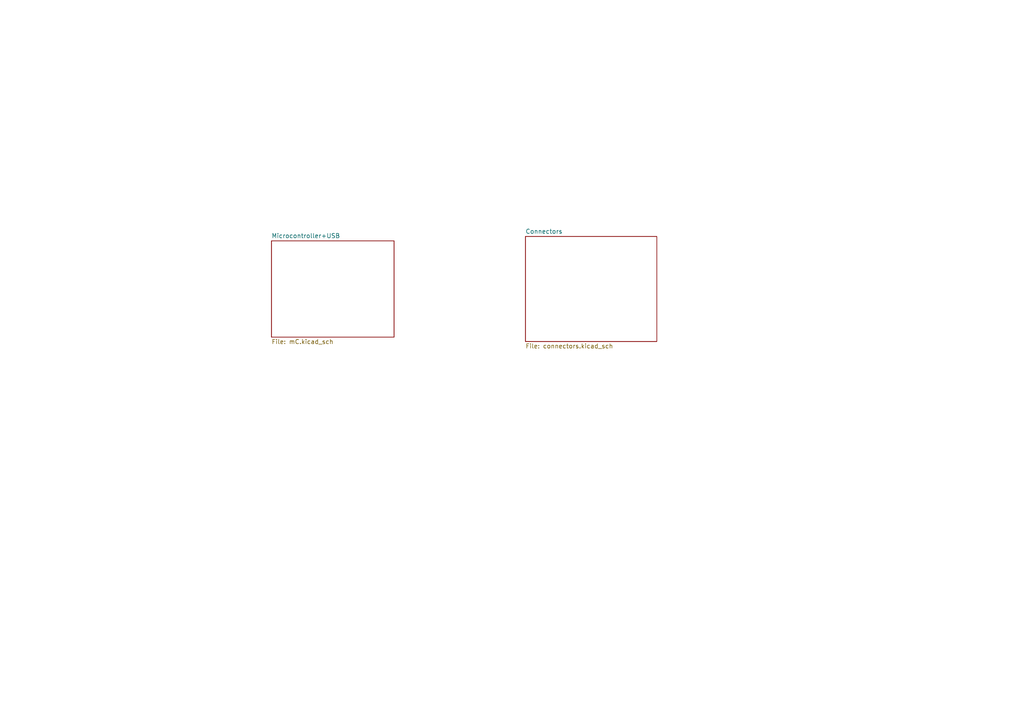
<source format=kicad_sch>
(kicad_sch (version 20230121) (generator eeschema)
  (paper "A4")
  (lib_symbols)
  (sheet (at 152.4 68.58) (size 38.1 30.48) (stroke (width 0.1524))
    (property "Sheetname" "Connectors" (at 152.4 67.8684 0) (effects (justify left bottom)))
    (property "Sheetfile" "connectors.kicad_sch" (at 152.4 99.6446 0) (effects (justify left top)))
  )
  (sheet (at 78.74 69.85) (size 35.56 27.94) (stroke (width 0.1524))
    (property "Sheetname" "Microcontroller+USB" (at 78.74 69.1384 0) (effects (justify left bottom)))
    (property "Sheetfile" "mC.kicad_sch" (at 78.74 98.3746 0) (effects (justify left top)))
  )
)
</source>
